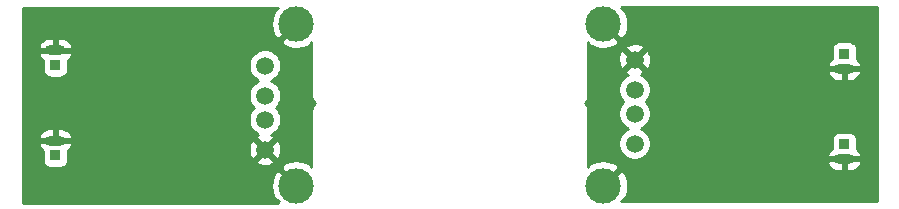
<source format=gbr>
%TF.GenerationSoftware,KiCad,Pcbnew,5.1.10*%
%TF.CreationDate,2021-10-31T19:01:46+09:00*%
%TF.ProjectId,usb_charger,7573625f-6368-4617-9267-65722e6b6963,rev?*%
%TF.SameCoordinates,Original*%
%TF.FileFunction,Copper,L2,Bot*%
%TF.FilePolarity,Positive*%
%FSLAX46Y46*%
G04 Gerber Fmt 4.6, Leading zero omitted, Abs format (unit mm)*
G04 Created by KiCad (PCBNEW 5.1.10) date 2021-10-31 19:01:46*
%MOMM*%
%LPD*%
G01*
G04 APERTURE LIST*
%TA.AperFunction,ComponentPad*%
%ADD10R,0.850000X0.850000*%
%TD*%
%TA.AperFunction,ComponentPad*%
%ADD11O,1.700000X0.850000*%
%TD*%
%TA.AperFunction,ComponentPad*%
%ADD12C,1.500000*%
%TD*%
%TA.AperFunction,ComponentPad*%
%ADD13C,3.000000*%
%TD*%
%TA.AperFunction,Conductor*%
%ADD14C,0.254000*%
%TD*%
%TA.AperFunction,Conductor*%
%ADD15C,0.100000*%
%TD*%
G04 APERTURE END LIST*
D10*
%TO.P,J3,1*%
%TO.N,Net-(C3-Pad1)*%
X91800002Y-92849997D03*
D11*
%TO.P,J3,2*%
%TO.N,GND*%
X91800002Y-91599997D03*
%TD*%
D10*
%TO.P,J2,1*%
%TO.N,Net-(C2-Pad1)*%
X91799999Y-85199997D03*
D11*
%TO.P,J2,2*%
%TO.N,GND*%
X91799999Y-83949997D03*
%TD*%
%TO.P,J3,2*%
%TO.N,GND*%
X158600000Y-85500000D03*
D10*
%TO.P,J3,1*%
%TO.N,Net-(C3-Pad1)*%
X158600000Y-84250000D03*
%TD*%
D11*
%TO.P,J2,2*%
%TO.N,GND*%
X158600000Y-93150000D03*
D10*
%TO.P,J2,1*%
%TO.N,Net-(C2-Pad1)*%
X158600000Y-91900000D03*
%TD*%
D12*
%TO.P,J1,4*%
%TO.N,GND*%
X109550002Y-92360005D03*
%TO.P,J1,3*%
%TO.N,N/C*%
X109550002Y-89820005D03*
%TO.P,J1,2*%
X109550002Y-87790005D03*
%TO.P,J1,1*%
%TO.N,Net-(C1-Pad1)*%
X109550002Y-85250005D03*
D13*
%TO.P,J1,5*%
%TO.N,GND*%
X112220002Y-95410005D03*
X112220002Y-81690005D03*
%TD*%
%TO.P,J1,5*%
%TO.N,GND*%
X138180000Y-95410000D03*
X138180000Y-81690000D03*
D12*
%TO.P,J1,1*%
%TO.N,Net-(C1-Pad1)*%
X140850000Y-91850000D03*
%TO.P,J1,2*%
%TO.N,N/C*%
X140850000Y-89310000D03*
%TO.P,J1,3*%
X140850000Y-87280000D03*
%TO.P,J1,4*%
%TO.N,GND*%
X140850000Y-84740000D03*
%TD*%
D14*
%TO.N,GND*%
X110412788Y-80533967D02*
X110221982Y-80908750D01*
X110107958Y-81313556D01*
X110075100Y-81732829D01*
X110124668Y-82150456D01*
X110254759Y-82550388D01*
X110412788Y-82846043D01*
X110728349Y-83002053D01*
X112040397Y-81690005D01*
X112026255Y-81675863D01*
X112205860Y-81496258D01*
X112220002Y-81510400D01*
X112234145Y-81496258D01*
X112413750Y-81675863D01*
X112399607Y-81690005D01*
X112413750Y-81704148D01*
X112234145Y-81883753D01*
X112220002Y-81869610D01*
X110907954Y-83181658D01*
X111063964Y-83497219D01*
X111438747Y-83688025D01*
X111843553Y-83802049D01*
X112262826Y-83834907D01*
X112680453Y-83785339D01*
X113080385Y-83655248D01*
X113376040Y-83497219D01*
X113490003Y-83266707D01*
X113490001Y-87867570D01*
X113486807Y-87900000D01*
X113499550Y-88029383D01*
X113537290Y-88153793D01*
X113598575Y-88268450D01*
X113681052Y-88368948D01*
X113779814Y-88450000D01*
X113681052Y-88531052D01*
X113598575Y-88631550D01*
X113537290Y-88746207D01*
X113499550Y-88870617D01*
X113486807Y-89000000D01*
X113490002Y-89032440D01*
X113490001Y-93833299D01*
X113376040Y-93602791D01*
X113001257Y-93411985D01*
X112596451Y-93297961D01*
X112177178Y-93265103D01*
X111759551Y-93314671D01*
X111359619Y-93444762D01*
X111063964Y-93602791D01*
X110907954Y-93918352D01*
X112220002Y-95230400D01*
X112234145Y-95216258D01*
X112413750Y-95395863D01*
X112399607Y-95410005D01*
X112413750Y-95424148D01*
X112234145Y-95603753D01*
X112220002Y-95589610D01*
X112205860Y-95603753D01*
X112026255Y-95424148D01*
X112040397Y-95410005D01*
X110728349Y-94097957D01*
X110412788Y-94253967D01*
X110221982Y-94628750D01*
X110107958Y-95033556D01*
X110075100Y-95452829D01*
X110124668Y-95870456D01*
X110254759Y-96270388D01*
X110412788Y-96566043D01*
X110728347Y-96722052D01*
X110613655Y-96836744D01*
X110616910Y-96839999D01*
X89060000Y-96840003D01*
X89060000Y-91890059D01*
X90355462Y-91890059D01*
X90423086Y-92083305D01*
X90535666Y-92259728D01*
X90680501Y-92410798D01*
X90736930Y-92450247D01*
X90736930Y-93274997D01*
X90749190Y-93399479D01*
X90785500Y-93519177D01*
X90844465Y-93629491D01*
X90923817Y-93726182D01*
X91020508Y-93805534D01*
X91130822Y-93864499D01*
X91250520Y-93900809D01*
X91375002Y-93913069D01*
X92225002Y-93913069D01*
X92349484Y-93900809D01*
X92469182Y-93864499D01*
X92579496Y-93805534D01*
X92676187Y-93726182D01*
X92755539Y-93629491D01*
X92814504Y-93519177D01*
X92850814Y-93399479D01*
X92858937Y-93316998D01*
X108772614Y-93316998D01*
X108838139Y-93555865D01*
X109085118Y-93671765D01*
X109349962Y-93737255D01*
X109622494Y-93749817D01*
X109892240Y-93708970D01*
X110148834Y-93616282D01*
X110261865Y-93555865D01*
X110327390Y-93316998D01*
X109550002Y-92539610D01*
X108772614Y-93316998D01*
X92858937Y-93316998D01*
X92863074Y-93274997D01*
X92863074Y-92450247D01*
X92888464Y-92432497D01*
X108160190Y-92432497D01*
X108201037Y-92702243D01*
X108293725Y-92958837D01*
X108354142Y-93071868D01*
X108593009Y-93137393D01*
X109370397Y-92360005D01*
X109729607Y-92360005D01*
X110506995Y-93137393D01*
X110745862Y-93071868D01*
X110861762Y-92824889D01*
X110927252Y-92560045D01*
X110939814Y-92287513D01*
X110898967Y-92017767D01*
X110806279Y-91761173D01*
X110745862Y-91648142D01*
X110506995Y-91582617D01*
X109729607Y-92360005D01*
X109370397Y-92360005D01*
X108593009Y-91582617D01*
X108354142Y-91648142D01*
X108238242Y-91895121D01*
X108172752Y-92159965D01*
X108160190Y-92432497D01*
X92888464Y-92432497D01*
X92919503Y-92410798D01*
X93064338Y-92259728D01*
X93176918Y-92083305D01*
X93244542Y-91890059D01*
X93117259Y-91726997D01*
X91927002Y-91726997D01*
X91927002Y-91746997D01*
X91673002Y-91746997D01*
X91673002Y-91726997D01*
X90482745Y-91726997D01*
X90355462Y-91890059D01*
X89060000Y-91890059D01*
X89060000Y-91309935D01*
X90355462Y-91309935D01*
X90482745Y-91472997D01*
X91673002Y-91472997D01*
X91673002Y-90539997D01*
X91927002Y-90539997D01*
X91927002Y-91472997D01*
X93117259Y-91472997D01*
X93244542Y-91309935D01*
X93176918Y-91116689D01*
X93064338Y-90940266D01*
X92919503Y-90789196D01*
X92747979Y-90669285D01*
X92556357Y-90585141D01*
X92352002Y-90539997D01*
X91927002Y-90539997D01*
X91673002Y-90539997D01*
X91248002Y-90539997D01*
X91043647Y-90585141D01*
X90852025Y-90669285D01*
X90680501Y-90789196D01*
X90535666Y-90940266D01*
X90423086Y-91116689D01*
X90355462Y-91309935D01*
X89060000Y-91309935D01*
X89059999Y-84240059D01*
X90355459Y-84240059D01*
X90423083Y-84433305D01*
X90535663Y-84609728D01*
X90680498Y-84760798D01*
X90736927Y-84800247D01*
X90736927Y-85624997D01*
X90749187Y-85749479D01*
X90785497Y-85869177D01*
X90844462Y-85979491D01*
X90923814Y-86076182D01*
X91020505Y-86155534D01*
X91130819Y-86214499D01*
X91250517Y-86250809D01*
X91374999Y-86263069D01*
X92224999Y-86263069D01*
X92349481Y-86250809D01*
X92469179Y-86214499D01*
X92579493Y-86155534D01*
X92676184Y-86076182D01*
X92755536Y-85979491D01*
X92814501Y-85869177D01*
X92850811Y-85749479D01*
X92863071Y-85624997D01*
X92863071Y-85113594D01*
X108165002Y-85113594D01*
X108165002Y-85386416D01*
X108218227Y-85653994D01*
X108322631Y-85906048D01*
X108474203Y-86132891D01*
X108667116Y-86325804D01*
X108893959Y-86477376D01*
X108996875Y-86520005D01*
X108893959Y-86562634D01*
X108667116Y-86714206D01*
X108474203Y-86907119D01*
X108322631Y-87133962D01*
X108218227Y-87386016D01*
X108165002Y-87653594D01*
X108165002Y-87926416D01*
X108218227Y-88193994D01*
X108322631Y-88446048D01*
X108474203Y-88672891D01*
X108606317Y-88805005D01*
X108474203Y-88937119D01*
X108322631Y-89163962D01*
X108218227Y-89416016D01*
X108165002Y-89683594D01*
X108165002Y-89956416D01*
X108218227Y-90223994D01*
X108322631Y-90476048D01*
X108474203Y-90702891D01*
X108667116Y-90895804D01*
X108893959Y-91047376D01*
X108993281Y-91088516D01*
X108951170Y-91103728D01*
X108838139Y-91164145D01*
X108772614Y-91403012D01*
X109550002Y-92180400D01*
X110327390Y-91403012D01*
X110261865Y-91164145D01*
X110103525Y-91089841D01*
X110206045Y-91047376D01*
X110432888Y-90895804D01*
X110625801Y-90702891D01*
X110777373Y-90476048D01*
X110881777Y-90223994D01*
X110935002Y-89956416D01*
X110935002Y-89683594D01*
X110881777Y-89416016D01*
X110777373Y-89163962D01*
X110625801Y-88937119D01*
X110493687Y-88805005D01*
X110625801Y-88672891D01*
X110777373Y-88446048D01*
X110881777Y-88193994D01*
X110935002Y-87926416D01*
X110935002Y-87653594D01*
X110881777Y-87386016D01*
X110777373Y-87133962D01*
X110625801Y-86907119D01*
X110432888Y-86714206D01*
X110206045Y-86562634D01*
X110103129Y-86520005D01*
X110206045Y-86477376D01*
X110432888Y-86325804D01*
X110625801Y-86132891D01*
X110777373Y-85906048D01*
X110881777Y-85653994D01*
X110935002Y-85386416D01*
X110935002Y-85113594D01*
X110881777Y-84846016D01*
X110777373Y-84593962D01*
X110625801Y-84367119D01*
X110432888Y-84174206D01*
X110206045Y-84022634D01*
X109953991Y-83918230D01*
X109686413Y-83865005D01*
X109413591Y-83865005D01*
X109146013Y-83918230D01*
X108893959Y-84022634D01*
X108667116Y-84174206D01*
X108474203Y-84367119D01*
X108322631Y-84593962D01*
X108218227Y-84846016D01*
X108165002Y-85113594D01*
X92863071Y-85113594D01*
X92863071Y-84800247D01*
X92919500Y-84760798D01*
X93064335Y-84609728D01*
X93176915Y-84433305D01*
X93244539Y-84240059D01*
X93117256Y-84076997D01*
X91926999Y-84076997D01*
X91926999Y-84096997D01*
X91672999Y-84096997D01*
X91672999Y-84076997D01*
X90482742Y-84076997D01*
X90355459Y-84240059D01*
X89059999Y-84240059D01*
X89059999Y-83659935D01*
X90355459Y-83659935D01*
X90482742Y-83822997D01*
X91672999Y-83822997D01*
X91672999Y-82889997D01*
X91926999Y-82889997D01*
X91926999Y-83822997D01*
X93117256Y-83822997D01*
X93244539Y-83659935D01*
X93176915Y-83466689D01*
X93064335Y-83290266D01*
X92919500Y-83139196D01*
X92747976Y-83019285D01*
X92556354Y-82935141D01*
X92351999Y-82889997D01*
X91926999Y-82889997D01*
X91672999Y-82889997D01*
X91247999Y-82889997D01*
X91043644Y-82935141D01*
X90852022Y-83019285D01*
X90680498Y-83139196D01*
X90535663Y-83290266D01*
X90423083Y-83466689D01*
X90355459Y-83659935D01*
X89059999Y-83659935D01*
X89059998Y-80410002D01*
X110663537Y-80409999D01*
X110412788Y-80533967D01*
%TA.AperFunction,Conductor*%
D15*
G36*
X110412788Y-80533967D02*
G01*
X110221982Y-80908750D01*
X110107958Y-81313556D01*
X110075100Y-81732829D01*
X110124668Y-82150456D01*
X110254759Y-82550388D01*
X110412788Y-82846043D01*
X110728349Y-83002053D01*
X112040397Y-81690005D01*
X112026255Y-81675863D01*
X112205860Y-81496258D01*
X112220002Y-81510400D01*
X112234145Y-81496258D01*
X112413750Y-81675863D01*
X112399607Y-81690005D01*
X112413750Y-81704148D01*
X112234145Y-81883753D01*
X112220002Y-81869610D01*
X110907954Y-83181658D01*
X111063964Y-83497219D01*
X111438747Y-83688025D01*
X111843553Y-83802049D01*
X112262826Y-83834907D01*
X112680453Y-83785339D01*
X113080385Y-83655248D01*
X113376040Y-83497219D01*
X113490003Y-83266707D01*
X113490001Y-87867570D01*
X113486807Y-87900000D01*
X113499550Y-88029383D01*
X113537290Y-88153793D01*
X113598575Y-88268450D01*
X113681052Y-88368948D01*
X113779814Y-88450000D01*
X113681052Y-88531052D01*
X113598575Y-88631550D01*
X113537290Y-88746207D01*
X113499550Y-88870617D01*
X113486807Y-89000000D01*
X113490002Y-89032440D01*
X113490001Y-93833299D01*
X113376040Y-93602791D01*
X113001257Y-93411985D01*
X112596451Y-93297961D01*
X112177178Y-93265103D01*
X111759551Y-93314671D01*
X111359619Y-93444762D01*
X111063964Y-93602791D01*
X110907954Y-93918352D01*
X112220002Y-95230400D01*
X112234145Y-95216258D01*
X112413750Y-95395863D01*
X112399607Y-95410005D01*
X112413750Y-95424148D01*
X112234145Y-95603753D01*
X112220002Y-95589610D01*
X112205860Y-95603753D01*
X112026255Y-95424148D01*
X112040397Y-95410005D01*
X110728349Y-94097957D01*
X110412788Y-94253967D01*
X110221982Y-94628750D01*
X110107958Y-95033556D01*
X110075100Y-95452829D01*
X110124668Y-95870456D01*
X110254759Y-96270388D01*
X110412788Y-96566043D01*
X110728347Y-96722052D01*
X110613655Y-96836744D01*
X110616910Y-96839999D01*
X89060000Y-96840003D01*
X89060000Y-91890059D01*
X90355462Y-91890059D01*
X90423086Y-92083305D01*
X90535666Y-92259728D01*
X90680501Y-92410798D01*
X90736930Y-92450247D01*
X90736930Y-93274997D01*
X90749190Y-93399479D01*
X90785500Y-93519177D01*
X90844465Y-93629491D01*
X90923817Y-93726182D01*
X91020508Y-93805534D01*
X91130822Y-93864499D01*
X91250520Y-93900809D01*
X91375002Y-93913069D01*
X92225002Y-93913069D01*
X92349484Y-93900809D01*
X92469182Y-93864499D01*
X92579496Y-93805534D01*
X92676187Y-93726182D01*
X92755539Y-93629491D01*
X92814504Y-93519177D01*
X92850814Y-93399479D01*
X92858937Y-93316998D01*
X108772614Y-93316998D01*
X108838139Y-93555865D01*
X109085118Y-93671765D01*
X109349962Y-93737255D01*
X109622494Y-93749817D01*
X109892240Y-93708970D01*
X110148834Y-93616282D01*
X110261865Y-93555865D01*
X110327390Y-93316998D01*
X109550002Y-92539610D01*
X108772614Y-93316998D01*
X92858937Y-93316998D01*
X92863074Y-93274997D01*
X92863074Y-92450247D01*
X92888464Y-92432497D01*
X108160190Y-92432497D01*
X108201037Y-92702243D01*
X108293725Y-92958837D01*
X108354142Y-93071868D01*
X108593009Y-93137393D01*
X109370397Y-92360005D01*
X109729607Y-92360005D01*
X110506995Y-93137393D01*
X110745862Y-93071868D01*
X110861762Y-92824889D01*
X110927252Y-92560045D01*
X110939814Y-92287513D01*
X110898967Y-92017767D01*
X110806279Y-91761173D01*
X110745862Y-91648142D01*
X110506995Y-91582617D01*
X109729607Y-92360005D01*
X109370397Y-92360005D01*
X108593009Y-91582617D01*
X108354142Y-91648142D01*
X108238242Y-91895121D01*
X108172752Y-92159965D01*
X108160190Y-92432497D01*
X92888464Y-92432497D01*
X92919503Y-92410798D01*
X93064338Y-92259728D01*
X93176918Y-92083305D01*
X93244542Y-91890059D01*
X93117259Y-91726997D01*
X91927002Y-91726997D01*
X91927002Y-91746997D01*
X91673002Y-91746997D01*
X91673002Y-91726997D01*
X90482745Y-91726997D01*
X90355462Y-91890059D01*
X89060000Y-91890059D01*
X89060000Y-91309935D01*
X90355462Y-91309935D01*
X90482745Y-91472997D01*
X91673002Y-91472997D01*
X91673002Y-90539997D01*
X91927002Y-90539997D01*
X91927002Y-91472997D01*
X93117259Y-91472997D01*
X93244542Y-91309935D01*
X93176918Y-91116689D01*
X93064338Y-90940266D01*
X92919503Y-90789196D01*
X92747979Y-90669285D01*
X92556357Y-90585141D01*
X92352002Y-90539997D01*
X91927002Y-90539997D01*
X91673002Y-90539997D01*
X91248002Y-90539997D01*
X91043647Y-90585141D01*
X90852025Y-90669285D01*
X90680501Y-90789196D01*
X90535666Y-90940266D01*
X90423086Y-91116689D01*
X90355462Y-91309935D01*
X89060000Y-91309935D01*
X89059999Y-84240059D01*
X90355459Y-84240059D01*
X90423083Y-84433305D01*
X90535663Y-84609728D01*
X90680498Y-84760798D01*
X90736927Y-84800247D01*
X90736927Y-85624997D01*
X90749187Y-85749479D01*
X90785497Y-85869177D01*
X90844462Y-85979491D01*
X90923814Y-86076182D01*
X91020505Y-86155534D01*
X91130819Y-86214499D01*
X91250517Y-86250809D01*
X91374999Y-86263069D01*
X92224999Y-86263069D01*
X92349481Y-86250809D01*
X92469179Y-86214499D01*
X92579493Y-86155534D01*
X92676184Y-86076182D01*
X92755536Y-85979491D01*
X92814501Y-85869177D01*
X92850811Y-85749479D01*
X92863071Y-85624997D01*
X92863071Y-85113594D01*
X108165002Y-85113594D01*
X108165002Y-85386416D01*
X108218227Y-85653994D01*
X108322631Y-85906048D01*
X108474203Y-86132891D01*
X108667116Y-86325804D01*
X108893959Y-86477376D01*
X108996875Y-86520005D01*
X108893959Y-86562634D01*
X108667116Y-86714206D01*
X108474203Y-86907119D01*
X108322631Y-87133962D01*
X108218227Y-87386016D01*
X108165002Y-87653594D01*
X108165002Y-87926416D01*
X108218227Y-88193994D01*
X108322631Y-88446048D01*
X108474203Y-88672891D01*
X108606317Y-88805005D01*
X108474203Y-88937119D01*
X108322631Y-89163962D01*
X108218227Y-89416016D01*
X108165002Y-89683594D01*
X108165002Y-89956416D01*
X108218227Y-90223994D01*
X108322631Y-90476048D01*
X108474203Y-90702891D01*
X108667116Y-90895804D01*
X108893959Y-91047376D01*
X108993281Y-91088516D01*
X108951170Y-91103728D01*
X108838139Y-91164145D01*
X108772614Y-91403012D01*
X109550002Y-92180400D01*
X110327390Y-91403012D01*
X110261865Y-91164145D01*
X110103525Y-91089841D01*
X110206045Y-91047376D01*
X110432888Y-90895804D01*
X110625801Y-90702891D01*
X110777373Y-90476048D01*
X110881777Y-90223994D01*
X110935002Y-89956416D01*
X110935002Y-89683594D01*
X110881777Y-89416016D01*
X110777373Y-89163962D01*
X110625801Y-88937119D01*
X110493687Y-88805005D01*
X110625801Y-88672891D01*
X110777373Y-88446048D01*
X110881777Y-88193994D01*
X110935002Y-87926416D01*
X110935002Y-87653594D01*
X110881777Y-87386016D01*
X110777373Y-87133962D01*
X110625801Y-86907119D01*
X110432888Y-86714206D01*
X110206045Y-86562634D01*
X110103129Y-86520005D01*
X110206045Y-86477376D01*
X110432888Y-86325804D01*
X110625801Y-86132891D01*
X110777373Y-85906048D01*
X110881777Y-85653994D01*
X110935002Y-85386416D01*
X110935002Y-85113594D01*
X110881777Y-84846016D01*
X110777373Y-84593962D01*
X110625801Y-84367119D01*
X110432888Y-84174206D01*
X110206045Y-84022634D01*
X109953991Y-83918230D01*
X109686413Y-83865005D01*
X109413591Y-83865005D01*
X109146013Y-83918230D01*
X108893959Y-84022634D01*
X108667116Y-84174206D01*
X108474203Y-84367119D01*
X108322631Y-84593962D01*
X108218227Y-84846016D01*
X108165002Y-85113594D01*
X92863071Y-85113594D01*
X92863071Y-84800247D01*
X92919500Y-84760798D01*
X93064335Y-84609728D01*
X93176915Y-84433305D01*
X93244539Y-84240059D01*
X93117256Y-84076997D01*
X91926999Y-84076997D01*
X91926999Y-84096997D01*
X91672999Y-84096997D01*
X91672999Y-84076997D01*
X90482742Y-84076997D01*
X90355459Y-84240059D01*
X89059999Y-84240059D01*
X89059999Y-83659935D01*
X90355459Y-83659935D01*
X90482742Y-83822997D01*
X91672999Y-83822997D01*
X91672999Y-82889997D01*
X91926999Y-82889997D01*
X91926999Y-83822997D01*
X93117256Y-83822997D01*
X93244539Y-83659935D01*
X93176915Y-83466689D01*
X93064335Y-83290266D01*
X92919500Y-83139196D01*
X92747976Y-83019285D01*
X92556354Y-82935141D01*
X92351999Y-82889997D01*
X91926999Y-82889997D01*
X91672999Y-82889997D01*
X91247999Y-82889997D01*
X91043644Y-82935141D01*
X90852022Y-83019285D01*
X90680498Y-83139196D01*
X90535663Y-83290266D01*
X90423083Y-83466689D01*
X90355459Y-83659935D01*
X89059999Y-83659935D01*
X89059998Y-80410002D01*
X110663537Y-80409999D01*
X110412788Y-80533967D01*
G37*
%TD.AperFunction*%
D14*
X161340001Y-96690000D02*
X139736476Y-96690000D01*
X139987214Y-96566038D01*
X140178020Y-96191255D01*
X140292044Y-95786449D01*
X140324902Y-95367176D01*
X140275334Y-94949549D01*
X140145243Y-94549617D01*
X139987214Y-94253962D01*
X139671653Y-94097952D01*
X138359605Y-95410000D01*
X138373748Y-95424143D01*
X138194143Y-95603748D01*
X138180000Y-95589605D01*
X138165858Y-95603748D01*
X137986253Y-95424143D01*
X138000395Y-95410000D01*
X137986253Y-95395858D01*
X138165858Y-95216253D01*
X138180000Y-95230395D01*
X139492048Y-93918347D01*
X139336038Y-93602786D01*
X139016414Y-93440062D01*
X157155460Y-93440062D01*
X157223084Y-93633308D01*
X157335664Y-93809731D01*
X157480499Y-93960801D01*
X157652023Y-94080712D01*
X157843645Y-94164856D01*
X158048000Y-94210000D01*
X158473000Y-94210000D01*
X158473000Y-93277000D01*
X158727000Y-93277000D01*
X158727000Y-94210000D01*
X159152000Y-94210000D01*
X159356355Y-94164856D01*
X159547977Y-94080712D01*
X159719501Y-93960801D01*
X159864336Y-93809731D01*
X159976916Y-93633308D01*
X160044540Y-93440062D01*
X159917257Y-93277000D01*
X158727000Y-93277000D01*
X158473000Y-93277000D01*
X157282743Y-93277000D01*
X157155460Y-93440062D01*
X139016414Y-93440062D01*
X138961255Y-93411980D01*
X138556449Y-93297956D01*
X138137176Y-93265098D01*
X137719549Y-93314666D01*
X137319617Y-93444757D01*
X137023962Y-93602786D01*
X136910000Y-93833297D01*
X136910000Y-89032419D01*
X136913193Y-89000000D01*
X136900450Y-88870617D01*
X136862710Y-88746207D01*
X136801425Y-88631550D01*
X136718948Y-88531052D01*
X136620186Y-88450000D01*
X136718948Y-88368948D01*
X136801425Y-88268450D01*
X136862710Y-88153793D01*
X136900450Y-88029383D01*
X136913193Y-87900000D01*
X136910000Y-87867581D01*
X136910000Y-87143589D01*
X139465000Y-87143589D01*
X139465000Y-87416411D01*
X139518225Y-87683989D01*
X139622629Y-87936043D01*
X139774201Y-88162886D01*
X139906315Y-88295000D01*
X139774201Y-88427114D01*
X139622629Y-88653957D01*
X139518225Y-88906011D01*
X139465000Y-89173589D01*
X139465000Y-89446411D01*
X139518225Y-89713989D01*
X139622629Y-89966043D01*
X139774201Y-90192886D01*
X139967114Y-90385799D01*
X140193957Y-90537371D01*
X140296873Y-90580000D01*
X140193957Y-90622629D01*
X139967114Y-90774201D01*
X139774201Y-90967114D01*
X139622629Y-91193957D01*
X139518225Y-91446011D01*
X139465000Y-91713589D01*
X139465000Y-91986411D01*
X139518225Y-92253989D01*
X139622629Y-92506043D01*
X139774201Y-92732886D01*
X139967114Y-92925799D01*
X140193957Y-93077371D01*
X140446011Y-93181775D01*
X140713589Y-93235000D01*
X140986411Y-93235000D01*
X141253989Y-93181775D01*
X141506043Y-93077371D01*
X141732886Y-92925799D01*
X141798747Y-92859938D01*
X157155460Y-92859938D01*
X157282743Y-93023000D01*
X158473000Y-93023000D01*
X158473000Y-93003000D01*
X158727000Y-93003000D01*
X158727000Y-93023000D01*
X159917257Y-93023000D01*
X160044540Y-92859938D01*
X159976916Y-92666692D01*
X159864336Y-92490269D01*
X159719501Y-92339199D01*
X159663072Y-92299750D01*
X159663072Y-91475000D01*
X159650812Y-91350518D01*
X159614502Y-91230820D01*
X159555537Y-91120506D01*
X159476185Y-91023815D01*
X159379494Y-90944463D01*
X159269180Y-90885498D01*
X159149482Y-90849188D01*
X159025000Y-90836928D01*
X158175000Y-90836928D01*
X158050518Y-90849188D01*
X157930820Y-90885498D01*
X157820506Y-90944463D01*
X157723815Y-91023815D01*
X157644463Y-91120506D01*
X157585498Y-91230820D01*
X157549188Y-91350518D01*
X157536928Y-91475000D01*
X157536928Y-92299750D01*
X157480499Y-92339199D01*
X157335664Y-92490269D01*
X157223084Y-92666692D01*
X157155460Y-92859938D01*
X141798747Y-92859938D01*
X141925799Y-92732886D01*
X142077371Y-92506043D01*
X142181775Y-92253989D01*
X142235000Y-91986411D01*
X142235000Y-91713589D01*
X142181775Y-91446011D01*
X142077371Y-91193957D01*
X141925799Y-90967114D01*
X141732886Y-90774201D01*
X141506043Y-90622629D01*
X141403127Y-90580000D01*
X141506043Y-90537371D01*
X141732886Y-90385799D01*
X141925799Y-90192886D01*
X142077371Y-89966043D01*
X142181775Y-89713989D01*
X142235000Y-89446411D01*
X142235000Y-89173589D01*
X142181775Y-88906011D01*
X142077371Y-88653957D01*
X141925799Y-88427114D01*
X141793685Y-88295000D01*
X141925799Y-88162886D01*
X142077371Y-87936043D01*
X142181775Y-87683989D01*
X142235000Y-87416411D01*
X142235000Y-87143589D01*
X142181775Y-86876011D01*
X142077371Y-86623957D01*
X141925799Y-86397114D01*
X141732886Y-86204201D01*
X141506043Y-86052629D01*
X141406721Y-86011489D01*
X141448832Y-85996277D01*
X141561863Y-85935860D01*
X141601857Y-85790062D01*
X157155460Y-85790062D01*
X157223084Y-85983308D01*
X157335664Y-86159731D01*
X157480499Y-86310801D01*
X157652023Y-86430712D01*
X157843645Y-86514856D01*
X158048000Y-86560000D01*
X158473000Y-86560000D01*
X158473000Y-85627000D01*
X158727000Y-85627000D01*
X158727000Y-86560000D01*
X159152000Y-86560000D01*
X159356355Y-86514856D01*
X159547977Y-86430712D01*
X159719501Y-86310801D01*
X159864336Y-86159731D01*
X159976916Y-85983308D01*
X160044540Y-85790062D01*
X159917257Y-85627000D01*
X158727000Y-85627000D01*
X158473000Y-85627000D01*
X157282743Y-85627000D01*
X157155460Y-85790062D01*
X141601857Y-85790062D01*
X141627388Y-85696993D01*
X140850000Y-84919605D01*
X140072612Y-85696993D01*
X140138137Y-85935860D01*
X140296477Y-86010164D01*
X140193957Y-86052629D01*
X139967114Y-86204201D01*
X139774201Y-86397114D01*
X139622629Y-86623957D01*
X139518225Y-86876011D01*
X139465000Y-87143589D01*
X136910000Y-87143589D01*
X136910000Y-84812492D01*
X139460188Y-84812492D01*
X139501035Y-85082238D01*
X139593723Y-85338832D01*
X139654140Y-85451863D01*
X139893007Y-85517388D01*
X140670395Y-84740000D01*
X141029605Y-84740000D01*
X141806993Y-85517388D01*
X142045860Y-85451863D01*
X142159388Y-85209938D01*
X157155460Y-85209938D01*
X157282743Y-85373000D01*
X158473000Y-85373000D01*
X158473000Y-85353000D01*
X158727000Y-85353000D01*
X158727000Y-85373000D01*
X159917257Y-85373000D01*
X160044540Y-85209938D01*
X159976916Y-85016692D01*
X159864336Y-84840269D01*
X159719501Y-84689199D01*
X159663072Y-84649750D01*
X159663072Y-83825000D01*
X159650812Y-83700518D01*
X159614502Y-83580820D01*
X159555537Y-83470506D01*
X159476185Y-83373815D01*
X159379494Y-83294463D01*
X159269180Y-83235498D01*
X159149482Y-83199188D01*
X159025000Y-83186928D01*
X158175000Y-83186928D01*
X158050518Y-83199188D01*
X157930820Y-83235498D01*
X157820506Y-83294463D01*
X157723815Y-83373815D01*
X157644463Y-83470506D01*
X157585498Y-83580820D01*
X157549188Y-83700518D01*
X157536928Y-83825000D01*
X157536928Y-84649750D01*
X157480499Y-84689199D01*
X157335664Y-84840269D01*
X157223084Y-85016692D01*
X157155460Y-85209938D01*
X142159388Y-85209938D01*
X142161760Y-85204884D01*
X142227250Y-84940040D01*
X142239812Y-84667508D01*
X142198965Y-84397762D01*
X142106277Y-84141168D01*
X142045860Y-84028137D01*
X141806993Y-83962612D01*
X141029605Y-84740000D01*
X140670395Y-84740000D01*
X139893007Y-83962612D01*
X139654140Y-84028137D01*
X139538240Y-84275116D01*
X139472750Y-84539960D01*
X139460188Y-84812492D01*
X136910000Y-84812492D01*
X136910000Y-83266703D01*
X137023962Y-83497214D01*
X137398745Y-83688020D01*
X137803551Y-83802044D01*
X138222824Y-83834902D01*
X138640451Y-83785334D01*
X138647604Y-83783007D01*
X140072612Y-83783007D01*
X140850000Y-84560395D01*
X141627388Y-83783007D01*
X141561863Y-83544140D01*
X141314884Y-83428240D01*
X141050040Y-83362750D01*
X140777508Y-83350188D01*
X140507762Y-83391035D01*
X140251168Y-83483723D01*
X140138137Y-83544140D01*
X140072612Y-83783007D01*
X138647604Y-83783007D01*
X139040383Y-83655243D01*
X139336038Y-83497214D01*
X139492048Y-83181653D01*
X138180000Y-81869605D01*
X138165858Y-81883748D01*
X137986253Y-81704143D01*
X138000395Y-81690000D01*
X137986253Y-81675858D01*
X138165858Y-81496253D01*
X138180000Y-81510395D01*
X138194143Y-81496253D01*
X138373748Y-81675858D01*
X138359605Y-81690000D01*
X139671653Y-83002048D01*
X139987214Y-82846038D01*
X140178020Y-82471255D01*
X140292044Y-82066449D01*
X140324902Y-81647176D01*
X140275334Y-81229549D01*
X140145243Y-80829617D01*
X139987214Y-80533962D01*
X139671655Y-80377953D01*
X139786347Y-80263261D01*
X139783086Y-80260000D01*
X161340000Y-80260000D01*
X161340001Y-96690000D01*
%TA.AperFunction,Conductor*%
D15*
G36*
X161340001Y-96690000D02*
G01*
X139736476Y-96690000D01*
X139987214Y-96566038D01*
X140178020Y-96191255D01*
X140292044Y-95786449D01*
X140324902Y-95367176D01*
X140275334Y-94949549D01*
X140145243Y-94549617D01*
X139987214Y-94253962D01*
X139671653Y-94097952D01*
X138359605Y-95410000D01*
X138373748Y-95424143D01*
X138194143Y-95603748D01*
X138180000Y-95589605D01*
X138165858Y-95603748D01*
X137986253Y-95424143D01*
X138000395Y-95410000D01*
X137986253Y-95395858D01*
X138165858Y-95216253D01*
X138180000Y-95230395D01*
X139492048Y-93918347D01*
X139336038Y-93602786D01*
X139016414Y-93440062D01*
X157155460Y-93440062D01*
X157223084Y-93633308D01*
X157335664Y-93809731D01*
X157480499Y-93960801D01*
X157652023Y-94080712D01*
X157843645Y-94164856D01*
X158048000Y-94210000D01*
X158473000Y-94210000D01*
X158473000Y-93277000D01*
X158727000Y-93277000D01*
X158727000Y-94210000D01*
X159152000Y-94210000D01*
X159356355Y-94164856D01*
X159547977Y-94080712D01*
X159719501Y-93960801D01*
X159864336Y-93809731D01*
X159976916Y-93633308D01*
X160044540Y-93440062D01*
X159917257Y-93277000D01*
X158727000Y-93277000D01*
X158473000Y-93277000D01*
X157282743Y-93277000D01*
X157155460Y-93440062D01*
X139016414Y-93440062D01*
X138961255Y-93411980D01*
X138556449Y-93297956D01*
X138137176Y-93265098D01*
X137719549Y-93314666D01*
X137319617Y-93444757D01*
X137023962Y-93602786D01*
X136910000Y-93833297D01*
X136910000Y-89032419D01*
X136913193Y-89000000D01*
X136900450Y-88870617D01*
X136862710Y-88746207D01*
X136801425Y-88631550D01*
X136718948Y-88531052D01*
X136620186Y-88450000D01*
X136718948Y-88368948D01*
X136801425Y-88268450D01*
X136862710Y-88153793D01*
X136900450Y-88029383D01*
X136913193Y-87900000D01*
X136910000Y-87867581D01*
X136910000Y-87143589D01*
X139465000Y-87143589D01*
X139465000Y-87416411D01*
X139518225Y-87683989D01*
X139622629Y-87936043D01*
X139774201Y-88162886D01*
X139906315Y-88295000D01*
X139774201Y-88427114D01*
X139622629Y-88653957D01*
X139518225Y-88906011D01*
X139465000Y-89173589D01*
X139465000Y-89446411D01*
X139518225Y-89713989D01*
X139622629Y-89966043D01*
X139774201Y-90192886D01*
X139967114Y-90385799D01*
X140193957Y-90537371D01*
X140296873Y-90580000D01*
X140193957Y-90622629D01*
X139967114Y-90774201D01*
X139774201Y-90967114D01*
X139622629Y-91193957D01*
X139518225Y-91446011D01*
X139465000Y-91713589D01*
X139465000Y-91986411D01*
X139518225Y-92253989D01*
X139622629Y-92506043D01*
X139774201Y-92732886D01*
X139967114Y-92925799D01*
X140193957Y-93077371D01*
X140446011Y-93181775D01*
X140713589Y-93235000D01*
X140986411Y-93235000D01*
X141253989Y-93181775D01*
X141506043Y-93077371D01*
X141732886Y-92925799D01*
X141798747Y-92859938D01*
X157155460Y-92859938D01*
X157282743Y-93023000D01*
X158473000Y-93023000D01*
X158473000Y-93003000D01*
X158727000Y-93003000D01*
X158727000Y-93023000D01*
X159917257Y-93023000D01*
X160044540Y-92859938D01*
X159976916Y-92666692D01*
X159864336Y-92490269D01*
X159719501Y-92339199D01*
X159663072Y-92299750D01*
X159663072Y-91475000D01*
X159650812Y-91350518D01*
X159614502Y-91230820D01*
X159555537Y-91120506D01*
X159476185Y-91023815D01*
X159379494Y-90944463D01*
X159269180Y-90885498D01*
X159149482Y-90849188D01*
X159025000Y-90836928D01*
X158175000Y-90836928D01*
X158050518Y-90849188D01*
X157930820Y-90885498D01*
X157820506Y-90944463D01*
X157723815Y-91023815D01*
X157644463Y-91120506D01*
X157585498Y-91230820D01*
X157549188Y-91350518D01*
X157536928Y-91475000D01*
X157536928Y-92299750D01*
X157480499Y-92339199D01*
X157335664Y-92490269D01*
X157223084Y-92666692D01*
X157155460Y-92859938D01*
X141798747Y-92859938D01*
X141925799Y-92732886D01*
X142077371Y-92506043D01*
X142181775Y-92253989D01*
X142235000Y-91986411D01*
X142235000Y-91713589D01*
X142181775Y-91446011D01*
X142077371Y-91193957D01*
X141925799Y-90967114D01*
X141732886Y-90774201D01*
X141506043Y-90622629D01*
X141403127Y-90580000D01*
X141506043Y-90537371D01*
X141732886Y-90385799D01*
X141925799Y-90192886D01*
X142077371Y-89966043D01*
X142181775Y-89713989D01*
X142235000Y-89446411D01*
X142235000Y-89173589D01*
X142181775Y-88906011D01*
X142077371Y-88653957D01*
X141925799Y-88427114D01*
X141793685Y-88295000D01*
X141925799Y-88162886D01*
X142077371Y-87936043D01*
X142181775Y-87683989D01*
X142235000Y-87416411D01*
X142235000Y-87143589D01*
X142181775Y-86876011D01*
X142077371Y-86623957D01*
X141925799Y-86397114D01*
X141732886Y-86204201D01*
X141506043Y-86052629D01*
X141406721Y-86011489D01*
X141448832Y-85996277D01*
X141561863Y-85935860D01*
X141601857Y-85790062D01*
X157155460Y-85790062D01*
X157223084Y-85983308D01*
X157335664Y-86159731D01*
X157480499Y-86310801D01*
X157652023Y-86430712D01*
X157843645Y-86514856D01*
X158048000Y-86560000D01*
X158473000Y-86560000D01*
X158473000Y-85627000D01*
X158727000Y-85627000D01*
X158727000Y-86560000D01*
X159152000Y-86560000D01*
X159356355Y-86514856D01*
X159547977Y-86430712D01*
X159719501Y-86310801D01*
X159864336Y-86159731D01*
X159976916Y-85983308D01*
X160044540Y-85790062D01*
X159917257Y-85627000D01*
X158727000Y-85627000D01*
X158473000Y-85627000D01*
X157282743Y-85627000D01*
X157155460Y-85790062D01*
X141601857Y-85790062D01*
X141627388Y-85696993D01*
X140850000Y-84919605D01*
X140072612Y-85696993D01*
X140138137Y-85935860D01*
X140296477Y-86010164D01*
X140193957Y-86052629D01*
X139967114Y-86204201D01*
X139774201Y-86397114D01*
X139622629Y-86623957D01*
X139518225Y-86876011D01*
X139465000Y-87143589D01*
X136910000Y-87143589D01*
X136910000Y-84812492D01*
X139460188Y-84812492D01*
X139501035Y-85082238D01*
X139593723Y-85338832D01*
X139654140Y-85451863D01*
X139893007Y-85517388D01*
X140670395Y-84740000D01*
X141029605Y-84740000D01*
X141806993Y-85517388D01*
X142045860Y-85451863D01*
X142159388Y-85209938D01*
X157155460Y-85209938D01*
X157282743Y-85373000D01*
X158473000Y-85373000D01*
X158473000Y-85353000D01*
X158727000Y-85353000D01*
X158727000Y-85373000D01*
X159917257Y-85373000D01*
X160044540Y-85209938D01*
X159976916Y-85016692D01*
X159864336Y-84840269D01*
X159719501Y-84689199D01*
X159663072Y-84649750D01*
X159663072Y-83825000D01*
X159650812Y-83700518D01*
X159614502Y-83580820D01*
X159555537Y-83470506D01*
X159476185Y-83373815D01*
X159379494Y-83294463D01*
X159269180Y-83235498D01*
X159149482Y-83199188D01*
X159025000Y-83186928D01*
X158175000Y-83186928D01*
X158050518Y-83199188D01*
X157930820Y-83235498D01*
X157820506Y-83294463D01*
X157723815Y-83373815D01*
X157644463Y-83470506D01*
X157585498Y-83580820D01*
X157549188Y-83700518D01*
X157536928Y-83825000D01*
X157536928Y-84649750D01*
X157480499Y-84689199D01*
X157335664Y-84840269D01*
X157223084Y-85016692D01*
X157155460Y-85209938D01*
X142159388Y-85209938D01*
X142161760Y-85204884D01*
X142227250Y-84940040D01*
X142239812Y-84667508D01*
X142198965Y-84397762D01*
X142106277Y-84141168D01*
X142045860Y-84028137D01*
X141806993Y-83962612D01*
X141029605Y-84740000D01*
X140670395Y-84740000D01*
X139893007Y-83962612D01*
X139654140Y-84028137D01*
X139538240Y-84275116D01*
X139472750Y-84539960D01*
X139460188Y-84812492D01*
X136910000Y-84812492D01*
X136910000Y-83266703D01*
X137023962Y-83497214D01*
X137398745Y-83688020D01*
X137803551Y-83802044D01*
X138222824Y-83834902D01*
X138640451Y-83785334D01*
X138647604Y-83783007D01*
X140072612Y-83783007D01*
X140850000Y-84560395D01*
X141627388Y-83783007D01*
X141561863Y-83544140D01*
X141314884Y-83428240D01*
X141050040Y-83362750D01*
X140777508Y-83350188D01*
X140507762Y-83391035D01*
X140251168Y-83483723D01*
X140138137Y-83544140D01*
X140072612Y-83783007D01*
X138647604Y-83783007D01*
X139040383Y-83655243D01*
X139336038Y-83497214D01*
X139492048Y-83181653D01*
X138180000Y-81869605D01*
X138165858Y-81883748D01*
X137986253Y-81704143D01*
X138000395Y-81690000D01*
X137986253Y-81675858D01*
X138165858Y-81496253D01*
X138180000Y-81510395D01*
X138194143Y-81496253D01*
X138373748Y-81675858D01*
X138359605Y-81690000D01*
X139671653Y-83002048D01*
X139987214Y-82846038D01*
X140178020Y-82471255D01*
X140292044Y-82066449D01*
X140324902Y-81647176D01*
X140275334Y-81229549D01*
X140145243Y-80829617D01*
X139987214Y-80533962D01*
X139671655Y-80377953D01*
X139786347Y-80263261D01*
X139783086Y-80260000D01*
X161340000Y-80260000D01*
X161340001Y-96690000D01*
G37*
%TD.AperFunction*%
%TD*%
M02*

</source>
